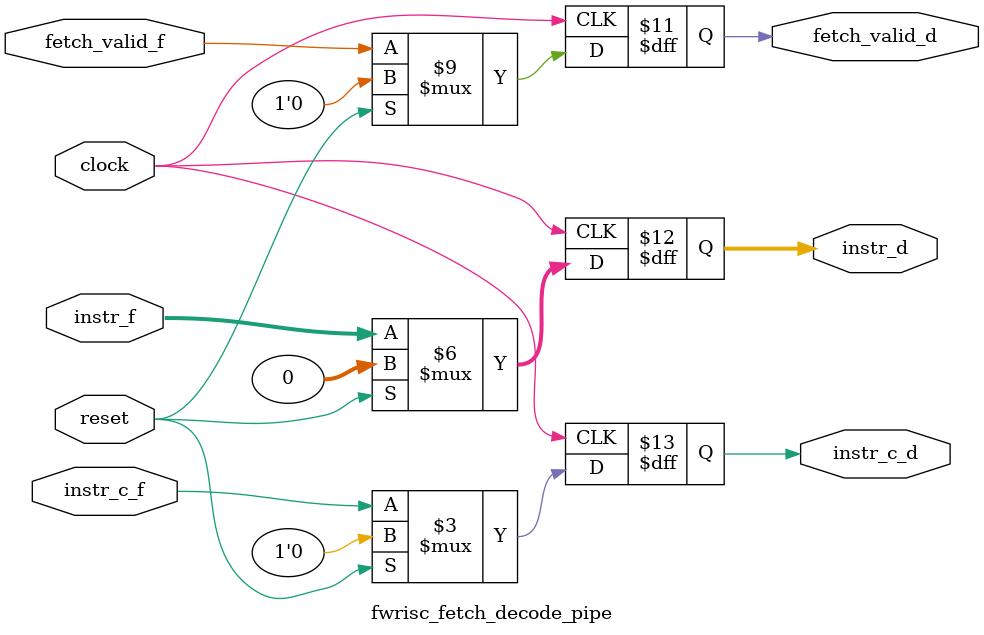
<source format=sv>
module fwrisc_fetch_decode_pipe(input clock,
				input reset,
				

				input 		fetch_valid_f,
				input[31:0]	instr_f,
				input		instr_c_f,


				

				output reg 		fetch_valid_d,
				output reg[31:0]	instr_d,
				output reg	instr_c_d
				);
always@(posedge clock)
begin
	if(reset)
	begin
		
		fetch_valid_d  =0;
		instr_d = 0;
		instr_c_d = 0;
	end
	else
	begin
		
		fetch_valid_d  = fetch_valid_f;
		instr_d = instr_f;
		instr_c_d = instr_c_f;
	end
end
endmodule

				

</source>
